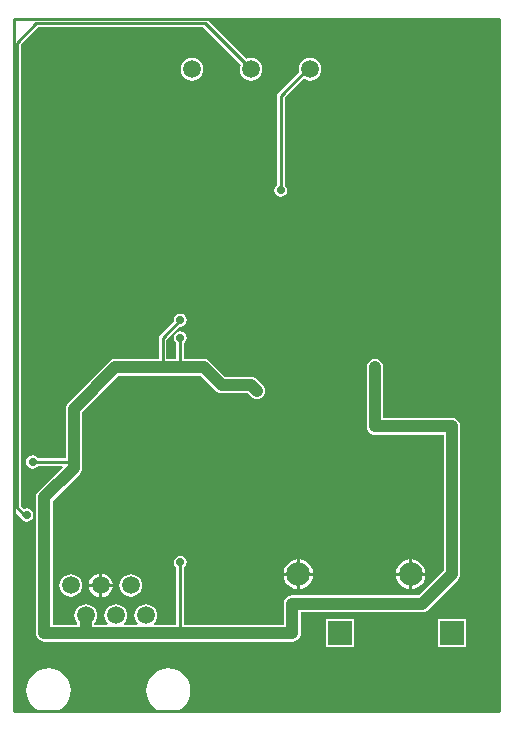
<source format=gbl>
%FSLAX44Y44*%
%MOMM*%
G71*
G01*
G75*
G04 Layer_Physical_Order=2*
G04 Layer_Color=16711680*
%ADD10R,0.3000X1.5000*%
%ADD11R,1.5000X0.3000*%
%ADD12R,5.5000X2.0000*%
%ADD13R,1.6800X1.5200*%
%ADD14R,1.1000X1.0000*%
%ADD15R,1.0000X1.1000*%
%ADD16R,1.5000X1.3000*%
%ADD17R,1.3000X1.5000*%
%ADD18R,2.0000X1.2000*%
%ADD19R,5.6000X5.6000*%
%ADD20C,0.2540*%
%ADD21C,1.0000*%
%ADD22C,1.5000*%
%ADD23R,2.0000X2.0000*%
%ADD24C,2.0000*%
%ADD25C,0.7000*%
G36*
X410500Y585250D02*
X410500Y1398D01*
X409602Y500D01*
X141459Y500D01*
X141151Y1732D01*
X141312Y1818D01*
X144151Y4149D01*
X146482Y6988D01*
X148214Y10229D01*
X149280Y13744D01*
X149640Y17400D01*
X149280Y21056D01*
X148214Y24572D01*
X146482Y27812D01*
X144151Y30651D01*
X141312Y32982D01*
X138072Y34714D01*
X134556Y35780D01*
X130900Y36140D01*
X127244Y35780D01*
X123729Y34714D01*
X120489Y32982D01*
X117649Y30651D01*
X115318Y27812D01*
X113586Y24572D01*
X112520Y21056D01*
X112160Y17400D01*
X112520Y13744D01*
X113586Y10229D01*
X115318Y6988D01*
X117649Y4149D01*
X120489Y1818D01*
X120650Y1732D01*
X120341Y500D01*
X39872D01*
X39564Y1732D01*
X39912Y1918D01*
X42751Y4249D01*
X45082Y7089D01*
X46814Y10329D01*
X47880Y13844D01*
X48240Y17500D01*
X47880Y21156D01*
X46814Y24672D01*
X45082Y27912D01*
X42751Y30751D01*
X39912Y33082D01*
X36672Y34814D01*
X33156Y35880D01*
X29500Y36240D01*
X25844Y35880D01*
X22329Y34814D01*
X19089Y33082D01*
X16249Y30751D01*
X13918Y27912D01*
X12186Y24672D01*
X11120Y21156D01*
X10760Y17500D01*
X11120Y13844D01*
X12186Y10329D01*
X13918Y7089D01*
X16249Y4249D01*
X19089Y1918D01*
X19437Y1732D01*
X19128Y500D01*
X1000D01*
Y167546D01*
X2173Y168032D01*
X5687Y164518D01*
X5819Y163854D01*
X7035Y162035D01*
X8854Y160819D01*
X11000Y160392D01*
X13146Y160819D01*
X14965Y162035D01*
X16181Y163854D01*
X16608Y166000D01*
X16181Y168146D01*
X14965Y169965D01*
X13146Y171181D01*
X11000Y171608D01*
X8854Y171181D01*
X8614Y171021D01*
X5794Y173841D01*
Y564619D01*
X20611Y579436D01*
X160349D01*
X192348Y547437D01*
X191745Y545980D01*
X191418Y543500D01*
X191745Y541020D01*
X192702Y538709D01*
X194225Y536725D01*
X196209Y535202D01*
X198520Y534245D01*
X201000Y533918D01*
X203480Y534245D01*
X205791Y535202D01*
X207776Y536725D01*
X209298Y538709D01*
X210256Y541020D01*
X210582Y543500D01*
X210256Y545980D01*
X209298Y548291D01*
X207776Y550275D01*
X205791Y551798D01*
X203480Y552756D01*
X201000Y553082D01*
X198520Y552756D01*
X197063Y552152D01*
X165235Y583980D01*
X165761Y585250D01*
X410500Y585250D01*
D02*
G37*
%LPC*%
G36*
X239730Y114730D02*
X228519D01*
X228783Y112726D01*
X230046Y109676D01*
X232057Y107056D01*
X234676Y105046D01*
X237726Y103783D01*
X239730Y103519D01*
Y114730D01*
D02*
G37*
G36*
X99100Y115982D02*
X96620Y115655D01*
X94309Y114698D01*
X92325Y113175D01*
X90802Y111191D01*
X89845Y108880D01*
X89518Y106400D01*
X89845Y103920D01*
X90802Y101609D01*
X92325Y99625D01*
X94309Y98102D01*
X96620Y97145D01*
X99100Y96818D01*
X101580Y97145D01*
X103891Y98102D01*
X105876Y99625D01*
X107398Y101609D01*
X108356Y103920D01*
X108682Y106400D01*
X108356Y108880D01*
X107398Y111191D01*
X105876Y113175D01*
X103891Y114698D01*
X101580Y115655D01*
X99100Y115982D01*
D02*
G37*
G36*
X334730Y114730D02*
X323519D01*
X323783Y112726D01*
X325046Y109676D01*
X327056Y107056D01*
X329676Y105046D01*
X332727Y103783D01*
X334730Y103519D01*
Y114730D01*
D02*
G37*
G36*
X253481D02*
X242270D01*
Y103519D01*
X244274Y103783D01*
X247324Y105046D01*
X249944Y107056D01*
X251954Y109676D01*
X253217Y112726D01*
X253481Y114730D01*
D02*
G37*
G36*
X48300Y115982D02*
X45820Y115655D01*
X43509Y114698D01*
X41525Y113175D01*
X40002Y111191D01*
X39045Y108880D01*
X38718Y106400D01*
X39045Y103920D01*
X40002Y101609D01*
X41525Y99625D01*
X43509Y98102D01*
X45820Y97145D01*
X48300Y96818D01*
X50780Y97145D01*
X53091Y98102D01*
X55076Y99625D01*
X56598Y101609D01*
X57556Y103920D01*
X57882Y106400D01*
X57556Y108880D01*
X56598Y111191D01*
X55076Y113175D01*
X53091Y114698D01*
X50780Y115655D01*
X48300Y115982D01*
D02*
G37*
G36*
X383000Y78000D02*
X359000D01*
Y54000D01*
X383000D01*
Y78000D01*
D02*
G37*
G36*
X288000D02*
X264000D01*
Y54000D01*
X288000D01*
Y78000D01*
D02*
G37*
G36*
X83659Y105130D02*
X74970D01*
Y96441D01*
X76321Y96618D01*
X78763Y97630D01*
X80861Y99239D01*
X82470Y101337D01*
X83482Y103779D01*
X83659Y105130D01*
D02*
G37*
G36*
X72430D02*
X63741D01*
X63918Y103779D01*
X64930Y101337D01*
X66540Y99239D01*
X68637Y97630D01*
X71079Y96618D01*
X72430Y96441D01*
Y105130D01*
D02*
G37*
G36*
X348481Y114730D02*
X337270D01*
Y103519D01*
X339274Y103783D01*
X342324Y105046D01*
X344944Y107056D01*
X346954Y109676D01*
X348217Y112726D01*
X348481Y114730D01*
D02*
G37*
G36*
X141000Y336608D02*
X138854Y336181D01*
X137035Y334965D01*
X135819Y333146D01*
X135392Y331000D01*
X135541Y330256D01*
X123643Y318358D01*
X122920Y317276D01*
X122666Y316000D01*
Y298060D01*
X86000D01*
X84173Y297820D01*
X82470Y297115D01*
X81008Y295993D01*
X46008Y260993D01*
X44886Y259530D01*
X44180Y257827D01*
X43940Y256000D01*
Y214334D01*
X20387D01*
X19965Y214965D01*
X18146Y216181D01*
X16000Y216608D01*
X13854Y216181D01*
X12035Y214965D01*
X10819Y213146D01*
X10392Y211000D01*
X10819Y208854D01*
X12035Y207035D01*
X13854Y205819D01*
X16000Y205392D01*
X18146Y205819D01*
X19965Y207035D01*
X20387Y207666D01*
X41022D01*
X41508Y206493D01*
X21008Y185993D01*
X19886Y184530D01*
X19180Y182827D01*
X18940Y181000D01*
Y66000D01*
X19180Y64173D01*
X19886Y62470D01*
X21008Y61008D01*
X22470Y59886D01*
X24173Y59180D01*
X26000Y58940D01*
X236000D01*
X237827Y59180D01*
X239530Y59886D01*
X240993Y61008D01*
X242115Y62470D01*
X242820Y64173D01*
X243060Y66000D01*
Y83940D01*
X346000D01*
X347827Y84180D01*
X349530Y84886D01*
X350993Y86008D01*
X375993Y111008D01*
X377115Y112470D01*
X377820Y114173D01*
X378060Y116000D01*
Y241000D01*
X377820Y242827D01*
X377115Y244530D01*
X375993Y245993D01*
X374530Y247115D01*
X372827Y247820D01*
X371000Y248060D01*
X313060D01*
Y291000D01*
X312820Y292827D01*
X312115Y294530D01*
X310993Y295993D01*
X309530Y297115D01*
X307827Y297820D01*
X306000Y298060D01*
X304173Y297820D01*
X302470Y297115D01*
X301008Y295993D01*
X299886Y294530D01*
X299180Y292827D01*
X298940Y291000D01*
Y241000D01*
X299180Y239173D01*
X299886Y237470D01*
X301008Y236008D01*
X302470Y234886D01*
X304173Y234180D01*
X306000Y233940D01*
X363940D01*
Y118925D01*
X343076Y98060D01*
X236000D01*
X234173Y97820D01*
X232470Y97114D01*
X231008Y95992D01*
X229886Y94530D01*
X229180Y92827D01*
X228940Y91000D01*
Y73060D01*
X144334D01*
Y121613D01*
X144965Y122035D01*
X146181Y123854D01*
X146608Y126000D01*
X146181Y128146D01*
X144965Y129965D01*
X143146Y131181D01*
X141000Y131608D01*
X138854Y131181D01*
X137035Y129965D01*
X135819Y128146D01*
X135392Y126000D01*
X135819Y123854D01*
X137035Y122035D01*
X137666Y121613D01*
Y73060D01*
X118971D01*
X118817Y73513D01*
X118657Y74330D01*
X120098Y76209D01*
X121056Y78520D01*
X121382Y81000D01*
X121056Y83480D01*
X120098Y85791D01*
X118576Y87775D01*
X116591Y89298D01*
X114280Y90255D01*
X111800Y90582D01*
X109320Y90255D01*
X107009Y89298D01*
X105025Y87775D01*
X103502Y85791D01*
X102545Y83480D01*
X102218Y81000D01*
X102545Y78520D01*
X103502Y76209D01*
X104943Y74330D01*
X104783Y73513D01*
X104629Y73060D01*
X93571D01*
X93417Y73513D01*
X93257Y74330D01*
X94698Y76209D01*
X95656Y78520D01*
X95982Y81000D01*
X95656Y83480D01*
X94698Y85791D01*
X93176Y87775D01*
X91191Y89298D01*
X88880Y90255D01*
X86400Y90582D01*
X83920Y90255D01*
X81609Y89298D01*
X79625Y87775D01*
X78102Y85791D01*
X77145Y83480D01*
X76818Y81000D01*
X77145Y78520D01*
X78102Y76209D01*
X79543Y74330D01*
X79383Y73513D01*
X79229Y73060D01*
X68060D01*
Y74596D01*
X69298Y76209D01*
X70256Y78520D01*
X70582Y81000D01*
X70256Y83480D01*
X69298Y85791D01*
X67776Y87775D01*
X65791Y89298D01*
X63480Y90255D01*
X61000Y90582D01*
X58520Y90255D01*
X56209Y89298D01*
X54225Y87775D01*
X52702Y85791D01*
X51745Y83480D01*
X51418Y81000D01*
X51745Y78520D01*
X52702Y76209D01*
X53940Y74596D01*
Y73060D01*
X33061D01*
Y178076D01*
X55992Y201008D01*
X57115Y202470D01*
X57820Y204173D01*
X58060Y206000D01*
Y253076D01*
X88925Y283940D01*
X158076D01*
X171008Y271008D01*
X172470Y269886D01*
X174173Y269180D01*
X176000Y268940D01*
X198076D01*
X201008Y266008D01*
X202470Y264886D01*
X204173Y264180D01*
X206000Y263940D01*
X207827Y264180D01*
X209530Y264886D01*
X210993Y266008D01*
X212115Y267470D01*
X212820Y269173D01*
X213060Y271000D01*
X212820Y272827D01*
X212115Y274530D01*
X210993Y275993D01*
X205993Y280993D01*
X204530Y282115D01*
X202827Y282820D01*
X201000Y283060D01*
X178925D01*
X165993Y295993D01*
X164530Y297115D01*
X162827Y297820D01*
X161000Y298060D01*
X144334D01*
Y311613D01*
X144965Y312035D01*
X146181Y313854D01*
X146608Y316000D01*
X146181Y318146D01*
X144965Y319965D01*
X143146Y321181D01*
X141000Y321608D01*
X138854Y321181D01*
X137035Y319965D01*
X135819Y318146D01*
X135392Y316000D01*
X135819Y313854D01*
X137035Y312035D01*
X137666Y311613D01*
Y298060D01*
X129334D01*
Y314619D01*
X140255Y325540D01*
X141000Y325392D01*
X143146Y325819D01*
X144965Y327035D01*
X146181Y328854D01*
X146608Y331000D01*
X146181Y333146D01*
X144965Y334965D01*
X143146Y336181D01*
X141000Y336608D01*
D02*
G37*
G36*
X337270Y128481D02*
Y117270D01*
X348481D01*
X348217Y119274D01*
X346954Y122324D01*
X344944Y124944D01*
X342324Y126954D01*
X339274Y128217D01*
X337270Y128481D01*
D02*
G37*
G36*
X251000Y553082D02*
X248520Y552756D01*
X246209Y551798D01*
X244225Y550275D01*
X242702Y548291D01*
X241745Y545980D01*
X241418Y543500D01*
X241693Y541409D01*
X223643Y523358D01*
X222920Y522276D01*
X222666Y521000D01*
Y445387D01*
X222035Y444965D01*
X220819Y443146D01*
X220392Y441000D01*
X220819Y438854D01*
X222035Y437035D01*
X223854Y435819D01*
X226000Y435392D01*
X228146Y435819D01*
X229965Y437035D01*
X231181Y438854D01*
X231608Y441000D01*
X231181Y443146D01*
X229965Y444965D01*
X229334Y445387D01*
Y519619D01*
X245478Y535763D01*
X246209Y535202D01*
X248520Y534245D01*
X251000Y533918D01*
X253480Y534245D01*
X255791Y535202D01*
X257776Y536725D01*
X259298Y538709D01*
X260256Y541020D01*
X260582Y543500D01*
X260256Y545980D01*
X259298Y548291D01*
X257776Y550275D01*
X255791Y551798D01*
X253480Y552756D01*
X251000Y553082D01*
D02*
G37*
G36*
X151000D02*
X148520Y552756D01*
X146209Y551798D01*
X144225Y550275D01*
X142702Y548291D01*
X141745Y545980D01*
X141418Y543500D01*
X141745Y541020D01*
X142702Y538709D01*
X144225Y536725D01*
X146209Y535202D01*
X148520Y534245D01*
X151000Y533918D01*
X153480Y534245D01*
X155791Y535202D01*
X157776Y536725D01*
X159298Y538709D01*
X160256Y541020D01*
X160582Y543500D01*
X160256Y545980D01*
X159298Y548291D01*
X157776Y550275D01*
X155791Y551798D01*
X153480Y552756D01*
X151000Y553082D01*
D02*
G37*
G36*
X334730Y128481D02*
X332727Y128217D01*
X329676Y126954D01*
X327056Y124944D01*
X325046Y122324D01*
X323783Y119274D01*
X323519Y117270D01*
X334730D01*
Y128481D01*
D02*
G37*
G36*
X74970Y116360D02*
Y107670D01*
X83659D01*
X83482Y109021D01*
X82470Y111463D01*
X80861Y113561D01*
X78763Y115170D01*
X76321Y116182D01*
X74970Y116360D01*
D02*
G37*
G36*
X72430D02*
X71079Y116182D01*
X68637Y115170D01*
X66540Y113561D01*
X64930Y111463D01*
X63918Y109021D01*
X63741Y107670D01*
X72430D01*
Y116360D01*
D02*
G37*
G36*
X242270Y128481D02*
Y117270D01*
X253481D01*
X253217Y119274D01*
X251954Y122324D01*
X249944Y124944D01*
X247324Y126954D01*
X244274Y128217D01*
X242270Y128481D01*
D02*
G37*
G36*
X239730D02*
X237726Y128217D01*
X234676Y126954D01*
X232057Y124944D01*
X230046Y122324D01*
X228783Y119274D01*
X228519Y117270D01*
X239730D01*
Y128481D01*
D02*
G37*
%LPD*%
D20*
X161730Y582770D02*
X201000Y543500D01*
X19230Y582770D02*
X161730D01*
X2460Y566000D02*
X19230Y582770D01*
X2460Y172460D02*
Y566000D01*
X8920Y166000D02*
X11000D01*
X2460Y172460D02*
X8920Y166000D01*
X126000Y316000D02*
X141000Y331000D01*
X126000Y291000D02*
Y316000D01*
X16000Y211000D02*
X46000D01*
X141000Y71000D02*
Y126000D01*
X226000Y441000D02*
Y521000D01*
X248500Y543500D01*
X251000D01*
X141000Y291000D02*
Y316000D01*
X0Y0D02*
Y586000D01*
Y0D02*
X411000D01*
Y586000D01*
X0D02*
X411000D01*
D21*
X61000Y66000D02*
Y81000D01*
X86000Y291000D02*
X126000D01*
X51000Y256000D02*
X86000Y291000D01*
X61000Y66000D02*
X236000D01*
Y91000D01*
X346000D01*
X371000Y116000D01*
Y241000D01*
X306000D02*
X371000D01*
X306000D02*
Y291000D01*
X26000Y66000D02*
X61000D01*
X126000Y291000D02*
X141000D01*
X161000D01*
X176000Y276000D01*
X201000D01*
X206000Y271000D01*
X26000Y66000D02*
Y181000D01*
X51000Y206000D01*
Y256000D01*
D22*
X251000Y543500D02*
D03*
X201000D02*
D03*
X151000D02*
D03*
X48300Y106400D02*
D03*
X99100D02*
D03*
X73700D02*
D03*
X86400Y81000D02*
D03*
X111800D02*
D03*
X61000D02*
D03*
D23*
X371000Y66000D02*
D03*
X276000D02*
D03*
D24*
X336000Y116000D02*
D03*
X241000D02*
D03*
D25*
X226000Y441000D02*
D03*
X141000Y316000D02*
D03*
X16000Y211000D02*
D03*
X11000Y166000D02*
D03*
X141000Y126000D02*
D03*
X206000Y271000D02*
D03*
X141000Y331000D02*
D03*
X306000Y291000D02*
D03*
X325000Y292000D02*
D03*
X381000Y316000D02*
D03*
X386000Y576000D02*
D03*
X41000Y571000D02*
D03*
X96000D02*
D03*
X336000Y576000D02*
D03*
X246000Y291000D02*
D03*
X261000D02*
D03*
X186000Y331000D02*
D03*
Y316000D02*
D03*
X36000Y276000D02*
D03*
X16000D02*
D03*
X46000Y171000D02*
D03*
X221000Y236000D02*
D03*
Y211000D02*
D03*
X241000Y151000D02*
D03*
X126000Y126000D02*
D03*
X186000Y351000D02*
D03*
X206000Y371000D02*
D03*
X196000Y431000D02*
D03*
X56000D02*
D03*
X41000Y366000D02*
D03*
X71000Y331000D02*
D03*
X123500Y431000D02*
D03*
X381000Y331000D02*
D03*
Y346000D02*
D03*
X325000Y306000D02*
D03*
Y316000D02*
D03*
X331000Y151000D02*
D03*
Y171000D02*
D03*
M02*

</source>
